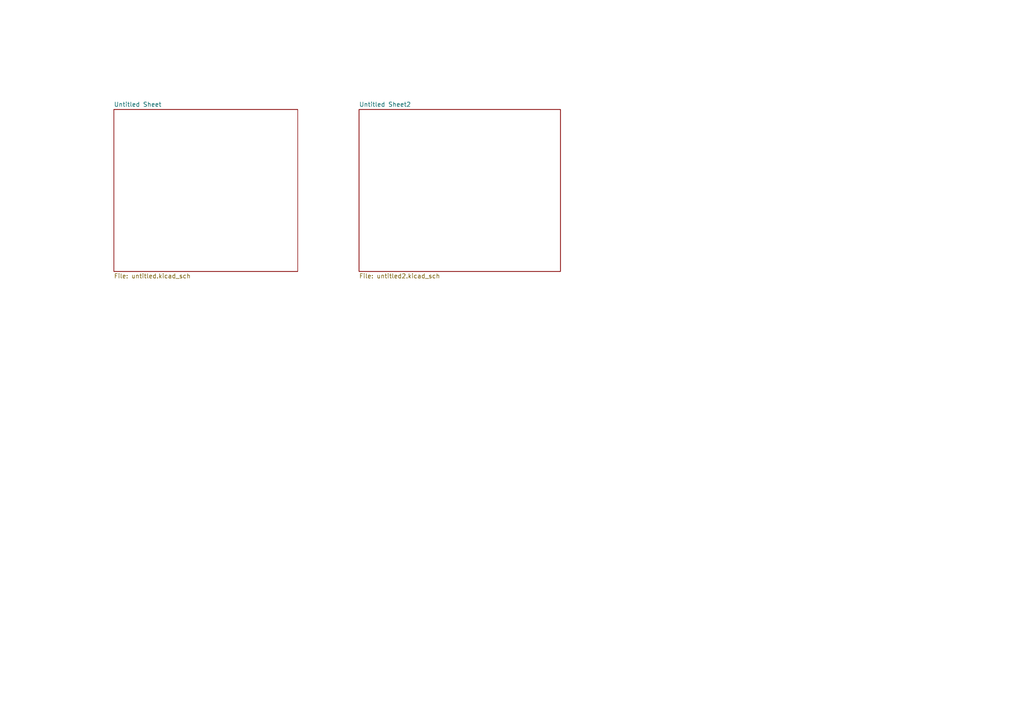
<source format=kicad_sch>
(kicad_sch
	(version 20231120)
	(generator "eeschema")
	(generator_version "8.0")
	(uuid "982460a7-3a77-4b69-915c-23660487659e")
	(paper "A4")
	(lib_symbols)
	(sheet
		(at 104.14 31.75)
		(size 58.42 46.99)
		(fields_autoplaced yes)
		(stroke
			(width 0.1524)
			(type solid)
		)
		(fill
			(color 0 0 0 0.0000)
		)
		(uuid "4211c271-a0bd-483f-925a-d06cf4686c82")
		(property "Sheetname" "Untitled Sheet2"
			(at 104.14 31.0384 0)
			(effects
				(font
					(size 1.27 1.27)
				)
				(justify left bottom)
			)
		)
		(property "Sheetfile" "untitled2.kicad_sch"
			(at 104.14 79.3246 0)
			(effects
				(font
					(size 1.27 1.27)
				)
				(justify left top)
			)
		)
		(property "Field2" ""
			(at 104.14 31.75 0)
			(effects
				(font
					(size 1.27 1.27)
				)
				(hide yes)
			)
		)
		(property "Field3" ""
			(at 104.14 31.75 0)
			(effects
				(font
					(size 1.27 1.27)
				)
				(hide yes)
			)
		)
		(instances
			(project "R2D2-Main"
				(path "/982460a7-3a77-4b69-915c-23660487659e"
					(page "3")
				)
			)
		)
	)
	(sheet
		(at 33.02 31.75)
		(size 53.34 46.99)
		(fields_autoplaced yes)
		(stroke
			(width 0.1524)
			(type solid)
		)
		(fill
			(color 0 0 0 0.0000)
		)
		(uuid "dac175bc-464a-4b98-97f5-f082731976b7")
		(property "Sheetname" "Untitled Sheet"
			(at 33.02 31.0384 0)
			(effects
				(font
					(size 1.27 1.27)
				)
				(justify left bottom)
			)
		)
		(property "Sheetfile" "untitled.kicad_sch"
			(at 33.02 79.3246 0)
			(effects
				(font
					(size 1.27 1.27)
				)
				(justify left top)
			)
		)
		(instances
			(project "R2D2-Main"
				(path "/982460a7-3a77-4b69-915c-23660487659e"
					(page "2")
				)
			)
		)
	)
	(sheet_instances
		(path "/"
			(page "1")
		)
	)
)

</source>
